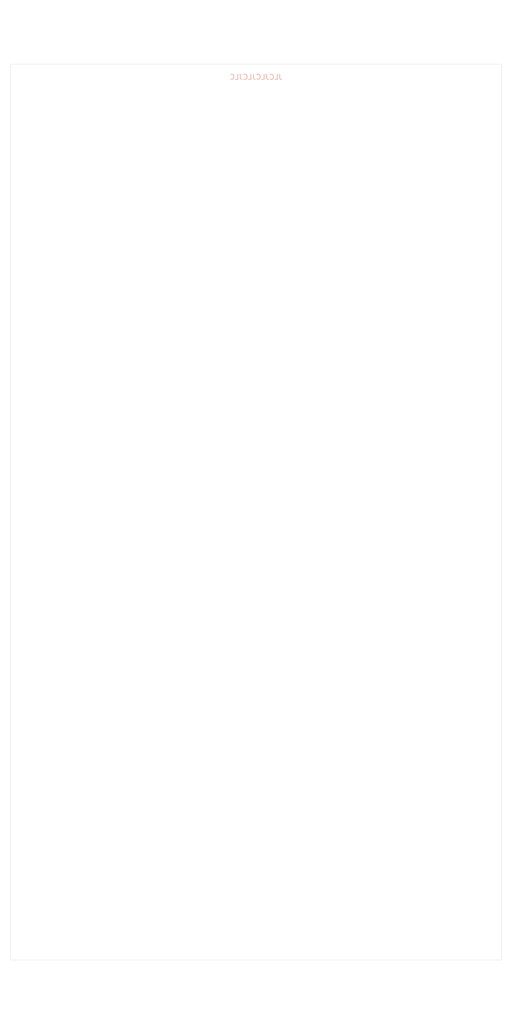
<source format=kicad_pcb>
(kicad_pcb
	(version 20240108)
	(generator "pcbnew")
	(generator_version "8.0")
	(general
		(thickness 1.6)
		(legacy_teardrops no)
	)
	(paper "A4" portrait)
	(title_block
		(rev "1")
		(company "DMH Instruments")
		(comment 1 "10cm Kosmo format synthesizer module PCB")
	)
	(layers
		(0 "F.Cu" signal)
		(31 "B.Cu" signal)
		(32 "B.Adhes" user "B.Adhesive")
		(33 "F.Adhes" user "F.Adhesive")
		(34 "B.Paste" user)
		(35 "F.Paste" user)
		(36 "B.SilkS" user "B.Silkscreen")
		(37 "F.SilkS" user "F.Silkscreen")
		(38 "B.Mask" user)
		(39 "F.Mask" user)
		(40 "Dwgs.User" user "User.Drawings")
		(41 "Cmts.User" user "User.Comments")
		(42 "Eco1.User" user "User.Eco1")
		(43 "Eco2.User" user "User.Eco2")
		(44 "Edge.Cuts" user)
		(45 "Margin" user)
		(46 "B.CrtYd" user "B.Courtyard")
		(47 "F.CrtYd" user "F.Courtyard")
		(48 "B.Fab" user)
		(49 "F.Fab" user)
		(50 "User.1" user)
		(51 "User.2" user)
		(52 "User.3" user)
		(53 "User.4" user)
		(54 "User.5" user)
		(55 "User.6" user)
		(56 "User.7" user)
		(57 "User.8" user)
		(58 "User.9" user "FrontPanelEdge")
	)
	(setup
		(stackup
			(layer "F.SilkS"
				(type "Top Silk Screen")
			)
			(layer "F.Paste"
				(type "Top Solder Paste")
			)
			(layer "F.Mask"
				(type "Top Solder Mask")
				(thickness 0.01)
			)
			(layer "F.Cu"
				(type "copper")
				(thickness 0.035)
			)
			(layer "dielectric 1"
				(type "core")
				(thickness 1.51)
				(material "FR4")
				(epsilon_r 4.5)
				(loss_tangent 0.02)
			)
			(layer "B.Cu"
				(type "copper")
				(thickness 0.035)
			)
			(layer "B.Mask"
				(type "Bottom Solder Mask")
				(thickness 0.01)
			)
			(layer "B.Paste"
				(type "Bottom Solder Paste")
			)
			(layer "B.SilkS"
				(type "Bottom Silk Screen")
			)
			(copper_finish "HAL lead-free")
			(dielectric_constraints no)
		)
		(pad_to_mask_clearance 0)
		(allow_soldermask_bridges_in_footprints no)
		(grid_origin 50 30)
		(pcbplotparams
			(layerselection 0x00010fc_ffffffff)
			(plot_on_all_layers_selection 0x0000000_00000000)
			(disableapertmacros no)
			(usegerberextensions no)
			(usegerberattributes yes)
			(usegerberadvancedattributes yes)
			(creategerberjobfile yes)
			(dashed_line_dash_ratio 12.000000)
			(dashed_line_gap_ratio 3.000000)
			(svgprecision 4)
			(plotframeref no)
			(viasonmask no)
			(mode 1)
			(useauxorigin no)
			(hpglpennumber 1)
			(hpglpenspeed 20)
			(hpglpendiameter 15.000000)
			(pdf_front_fp_property_popups yes)
			(pdf_back_fp_property_popups yes)
			(dxfpolygonmode yes)
			(dxfimperialunits yes)
			(dxfusepcbnewfont yes)
			(psnegative no)
			(psa4output no)
			(plotreference yes)
			(plotvalue yes)
			(plotfptext yes)
			(plotinvisibletext no)
			(sketchpadsonfab no)
			(subtractmaskfromsilk no)
			(outputformat 1)
			(mirror no)
			(drillshape 1)
			(scaleselection 1)
			(outputdirectory "")
		)
	)
	(net 0 "")
	(gr_rect
		(start 52 42.5)
		(end 148 217.5)
		(stroke
			(width 0.05)
			(type default)
		)
		(fill none)
		(layer "Edge.Cuts")
		(uuid "b3c2b746-7928-4430-9218-c5517ec26bc0")
	)
	(gr_rect
		(start 50 30)
		(end 150 230)
		(stroke
			(width 0.1)
			(type default)
		)
		(fill none)
		(layer "User.9")
		(uuid "00a9661b-bc4e-493a-9a57-d5b24a34753b")
	)
	(gr_text "JLCJLCJLCJLC"
		(at 100 45 0)
		(layer "B.SilkS")
		(uuid "8ace6051-680f-400e-a35e-9f3e47b2e4c8")
		(effects
			(font
				(size 1 1)
				(thickness 0.15)
			)
			(justify mirror)
		)
	)
)

</source>
